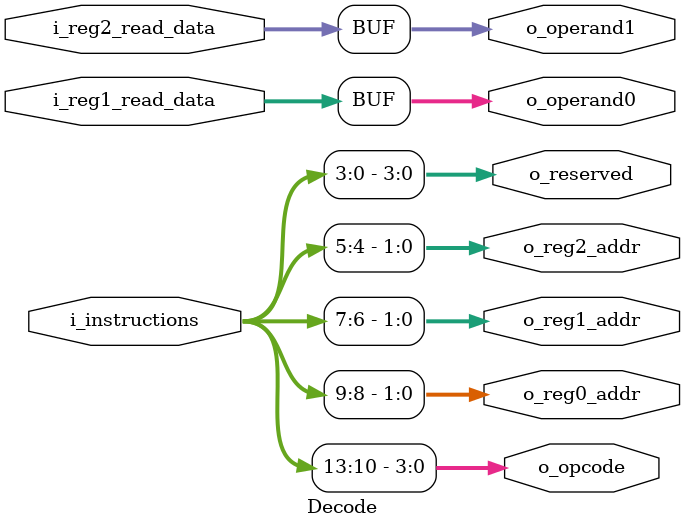
<source format=v>
`timescale 1ns / 1ps


module Decode(
    input [13:0]i_instructions,
    input [7:0] i_reg1_read_data, i_reg2_read_data,
    output reg [3:0] o_opcode,
    output reg [1:0] o_reg0_addr,
    output reg [1:0] o_reg1_addr,
    output reg [1:0] o_reg2_addr, 
    output reg [3:0] o_reserved,
    output reg[7:0] o_operand0, o_operand1 
    );
    
    //combinational logic deriving operands from instructions
    always @(*) begin 
        //default values first
        o_opcode = 4'b0;
        o_reg0_addr = 2'b0;
        o_reg1_addr = 2'b0;
        o_reg2_addr = 2'b0;
        o_reserved = 4'b0;
        o_operand0 = 8'b0;
        o_operand1 = 8'b0;
        
        //data input from registers
        o_operand0 = i_reg1_read_data;
        o_operand1 = i_reg2_read_data;
        o_opcode = i_instructions[13:10]; 
        o_reg0_addr = i_instructions[9:8]; 
        o_reg1_addr = i_instructions[7:6];
        o_reg2_addr = i_instructions[5:4];
        o_reserved = i_instructions[3:0];
        
    end 
    
  /*  always @(posedge clk or posedge reset)begin
        if(reset) begin
            Opcode <= 4'b0; 
            Reg0 <= 2'b0; 
            Reg1 <= 2'b0;
            Reg2 <=2'b0; 
            reserved <= 2'b0; 
            Operand0 <= 8'b0; 
            Operand1 <= 8'b0;
        end else begin
            Opcode <= instructions[13:10]; 
            Reg0 <= instructions[9:8];
            Reg1 <= instructions[7:6] ;
            Reg2 <= instructions[5:4];
            reserved <= instructions[3:0];
            Operand0 <= Reg1_data; 
            Operand1 <= Reg2_data;
        end
    
    end
    */
    
endmodule

</source>
